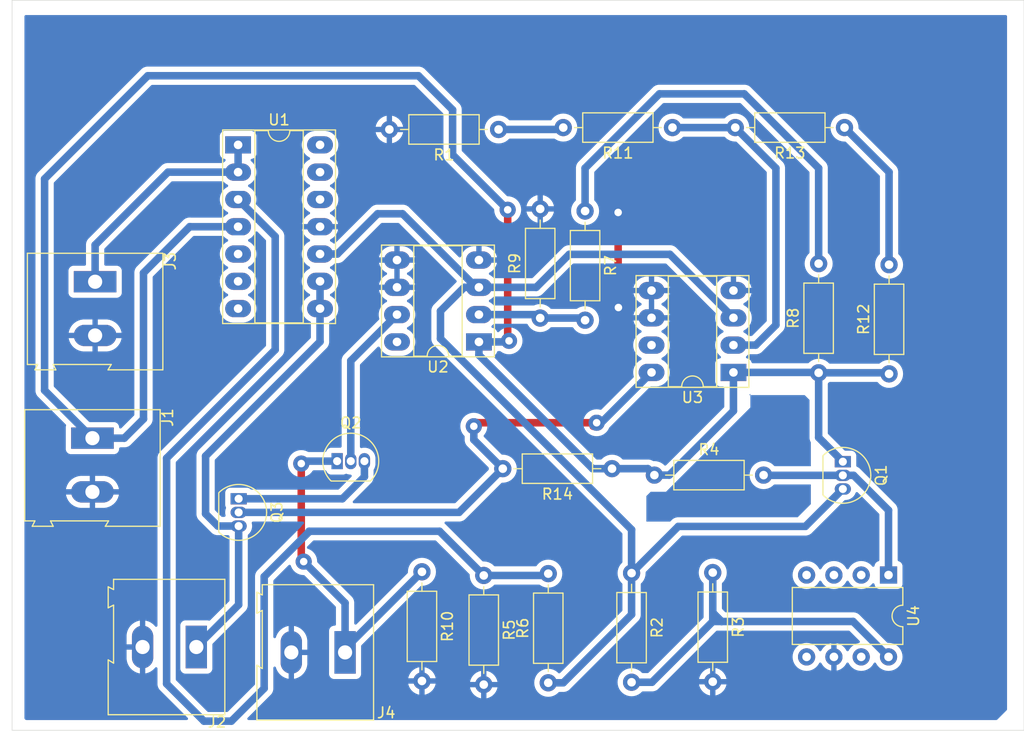
<source format=kicad_pcb>
(kicad_pcb (version 20240108) (generator "pcbnew") (generator_version "8.0")
  (layers (0 "F.Cu" signal) (31 "B.Cu" signal) (34 "B.Paste" user) (35 "F.Paste" user) (36 "B.SilkS" user "B.Silkscreen") (37 "F.SilkS" user "F.Silkscreen") (38 "B.Mask" user) (39 "F.Mask" user) (44 "Edge.Cuts" user))
  (net 0 "")
  (net 1 "/Vin")
  (net 2 "0")
  (net 3 "/Vsup")
  (net 4 "/Vref")
  (net 5 "/Ven")
  (net 6 "Net-(Q1-E)")
  (net 7 "Net-(Q1-B)")
  (net 8 "Net-(Q2-G)")
  (net 9 "Net-(Q2-D)")
  (net 10 "Net-(Q3-G)")
  (net 11 "Net-(R1-Pad1)")
  (net 12 "Net-(U4-REF)")
  (net 13 "Net-(U1A-+)")
  (net 14 "Net-(U2-+)")
  (net 15 "Net-(R7-Pad1)")
  (net 16 "Net-(U3-+)")
  (net 17 "Net-(R12-Pad2)")
  (footprint "Resistor_THT:R_Axial_DIN0207_L6.3mm_D2.5mm_P10.16mm_Horizontal" (layer "F.Cu") (at 204.805 68.05 180)
    (property "Reference" "R13" (at 5.08 -2.37 180) (layer "F.SilkS"))
    (property "Value" "3.6k")
    (fp_line (start 9.12 0) (end 8.35 0) (stroke (width 0.12)) (layer "F.SilkS"))
    (fp_line (start 8.35 1.37) (end 8.35 -1.37) (stroke (width 0.12)) (layer "F.SilkS"))
    (fp_line (start 8.35 -1.37) (end 1.81 -1.37) (stroke (width 0.12)) (layer "F.SilkS"))
    (fp_line (start 1.81 1.37) (end 8.35 1.37) (stroke (width 0.12)) (layer "F.SilkS"))
    (fp_line (start 1.81 -1.37) (end 1.81 1.37) (stroke (width 0.12)) (layer "F.SilkS"))
    (fp_line (start 1.04 0) (end 1.81 0) (stroke (width 0.12)) (layer "F.SilkS"))
    (pad "1" thru_hole circle (at 0 0 180) (size 1.6 1.6) (drill 0.8) (layers "*.Cu" "*.Mask") (net 17 "Net-(R12-Pad2)"))
    (pad "2" thru_hole oval (at 10.16 0 180) (size 1.6 1.6) (drill 0.8) (layers "*.Cu" "*.Mask") (net 16 "Net-(U3-+)"))
  )
  (footprint "Resistor_THT:R_Axial_DIN0207_L6.3mm_D2.5mm_P10.16mm_Horizontal" (layer "F.Cu") (at 187.12 100.4)
    (property "Reference" "R4" (at 5.08 -2.37 360) (layer "F.SilkS"))
    (property "Value" "3.3k")
    (fp_line (start 1.04 0) (end 1.81 0) (stroke (width 0.12)) (layer "F.SilkS"))
    (fp_line (start 1.81 -1.37) (end 1.81 1.37) (stroke (width 0.12)) (layer "F.SilkS"))
    (fp_line (start 1.81 1.37) (end 8.35 1.37) (stroke (width 0.12)) (layer "F.SilkS"))
    (fp_line (start 8.35 -1.37) (end 1.81 -1.37) (stroke (width 0.12)) (layer "F.SilkS"))
    (fp_line (start 8.35 1.37) (end 8.35 -1.37) (stroke (width 0.12)) (layer "F.SilkS"))
    (fp_line (start 9.12 0) (end 8.35 0) (stroke (width 0.12)) (layer "F.SilkS"))
    (pad "1" thru_hole circle (at 0 0) (size 1.6 1.6) (drill 0.8) (layers "*.Cu" "*.Mask") (net 1 "/Vin"))
    (pad "2" thru_hole oval (at 10.16 0) (size 1.6 1.6) (drill 0.8) (layers "*.Cu" "*.Mask") (net 7 "Net-(Q1-B)"))
  )
  (footprint "Resistor_THT:R_Axial_DIN0207_L6.3mm_D2.5mm_P10.16mm_Horizontal" (layer "F.Cu") (at 172.63 68.225 180)
    (property "Reference" "R1" (at 5.08 -2.37 180) (layer "F.SilkS"))
    (property "Value" "10k")
    (fp_line (start 9.12 0) (end 8.35 0) (stroke (width 0.12)) (layer "F.SilkS"))
    (fp_line (start 8.35 1.37) (end 8.35 -1.37) (stroke (width 0.12)) (layer "F.SilkS"))
    (fp_line (start 8.35 -1.37) (end 1.81 -1.37) (stroke (width 0.12)) (layer "F.SilkS"))
    (fp_line (start 1.81 1.37) (end 8.35 1.37) (stroke (width 0.12)) (layer "F.SilkS"))
    (fp_line (start 1.81 -1.37) (end 1.81 1.37) (stroke (width 0.12)) (layer "F.SilkS"))
    (fp_line (start 1.04 0) (end 1.81 0) (stroke (width 0.12)) (layer "F.SilkS"))
    (pad "1" thru_hole circle (at 0 0 180) (size 1.6 1.6) (drill 0.8) (layers "*.Cu" "*.Mask") (net 11 "Net-(R1-Pad1)"))
    (pad "2" thru_hole oval (at 10.16 0 180) (size 1.6 1.6) (drill 0.8) (layers "*.Cu" "*.Mask") (net 2 "0"))
  )
  (footprint "Package_TO_SOT_THT:TO-92_Inline" (layer "F.Cu") (at 204.65 99.15 -90)
    (property "Reference" "Q1" (at 1.27 -3.56 90) (layer "F.SilkS"))
    (property "Value" "BC546")
    (fp_line (start -0.53 1.85) (end 3.07 1.85) (stroke (width 0.12)) (layer "F.SilkS"))
    (fp_arc (start -0.568478 1.838478) (mid -1.132087 -0.994977) (end 1.27 -2.6) (stroke (width 0.12)) (layer "F.SilkS"))
    (fp_arc (start 1.27 -2.6) (mid 3.672087 -0.994977) (end 3.108478 1.838478) (stroke (width 0.12)) (layer "F.SilkS"))
    (pad "1" thru_hole rect (at 0 0 270) (size 1.05 1.5) (drill 0.75) (layers "*.Cu" "*.Mask") (net 1 "/Vin"))
    (pad "2" thru_hole oval (at 1.27 0 270) (size 1.05 1.5) (drill 0.75) (layers "*.Cu" "*.Mask") (net 7 "Net-(Q1-B)"))
    (pad "3" thru_hole oval (at 2.54 0 270) (size 1.05 1.5) (drill 0.75) (layers "*.Cu" "*.Mask") (net 6 "Net-(Q1-E)"))
  )
  (footprint "Resistor_THT:R_Axial_DIN0207_L6.3mm_D2.5mm_P10.16mm_Horizontal" (layer "F.Cu") (at 188.805 68.05 180)
    (property "Reference" "R11" (at 5.08 -2.37 180) (layer "F.SilkS"))
    (property "Value" "68")
    (fp_line (start 9.12 0) (end 8.35 0) (stroke (width 0.12)) (layer "F.SilkS"))
    (fp_line (start 8.35 1.37) (end 8.35 -1.37) (stroke (width 0.12)) (layer "F.SilkS"))
    (fp_line (start 8.35 -1.37) (end 1.81 -1.37) (stroke (width 0.12)) (layer "F.SilkS"))
    (fp_line (start 1.81 1.37) (end 8.35 1.37) (stroke (width 0.12)) (layer "F.SilkS"))
    (fp_line (start 1.81 -1.37) (end 1.81 1.37) (stroke (width 0.12)) (layer "F.SilkS"))
    (fp_line (start 1.04 0) (end 1.81 0) (stroke (width 0.12)) (layer "F.SilkS"))
    (pad "1" thru_hole circle (at 0 0 180) (size 1.6 1.6) (drill 0.8) (layers "*.Cu" "*.Mask") (net 16 "Net-(U3-+)"))
    (pad "2" thru_hole oval (at 10.16 0 180) (size 1.6 1.6) (drill 0.8) (layers "*.Cu" "*.Mask") (net 11 "Net-(R1-Pad1)"))
  )
  (footprint "TerminalBlock:TerminalBlock_Altech_AK300-2_P5.00mm" (layer "F.Cu") (at 135.1 82.4 -90)
    (property "Reference" "J3" (at -1.92 -6.99 90) (layer "F.SilkS"))
    (property "Value" "Conn_01x02_Pin")
    (fp_line (start -2.65 6.3) (end 7.7 6.3) (stroke (width 0.12)) (layer "F.SilkS"))
    (fp_line (start 7.7 6.3) (end 7.7 5.35) (stroke (width 0.12)) (layer "F.SilkS"))
    (fp_line (start 8.2 5.6) (end 8.2 3.7) (stroke (width 0.12)) (layer "F.SilkS"))
    (fp_line (start 7.7 5.35) (end 8.2 5.6) (stroke (width 0.12)) (layer "F.SilkS"))
    (fp_line (start 7.7 3.9) (end 7.7 -1.5) (stroke (width 0.12)) (layer "F.SilkS"))
    (fp_line (start 8.2 3.7) (end 8.2 3.65) (stroke (width 0.12)) (layer "F.SilkS"))
    (fp_line (start 8.2 3.65) (end 7.7 3.9) (stroke (width 0.12)) (layer "F.SilkS"))
    (fp_line (start 8.2 -1.2) (end 8.2 -6.3) (stroke (width 0.12)) (layer "F.SilkS"))
    (fp_line (start 7.7 -1.5) (end 8.2 -1.2) (stroke (width 0.12)) (layer "F.SilkS"))
    (fp_line (start -2.65 -6.3) (end -2.65 6.3) (stroke (width 0.12)) (layer "F.SilkS"))
    (fp_line (start 8.2 -6.3) (end -2.65 -6.3) (stroke (width 0.12)) (layer "F.SilkS"))
    (pad "1" thru_hole rect (at 0 0 270) (size 1.98 3.96) (drill 1.32) (layers "*.Cu" "*.Mask") (net 4 "/Vref"))
    (pad "2" thru_hole oval (at 5 0 270) (size 1.98 3.96) (drill 1.32) (layers "*.Cu" "*.Mask") (net 2 "0"))
  )
  (footprint "Resistor_THT:R_Axial_DIN0207_L6.3mm_D2.5mm_P10.16mm_Horizontal" (layer "F.Cu") (at 185 109.52 -90)
    (property "Reference" "R2" (at 5.08 -2.37 90) (layer "F.SilkS"))
    (property "Value" "30k")
    (fp_line (start 1.81 1.37) (end 8.35 1.37) (stroke (width 0.12)) (layer "F.SilkS"))
    (fp_line (start 8.35 1.37) (end 8.35 -1.37) (stroke (width 0.12)) (layer "F.SilkS"))
    (fp_line (start 1.04 0) (end 1.81 0) (stroke (width 0.12)) (layer "F.SilkS"))
    (fp_line (start 9.12 0) (end 8.35 0) (stroke (width 0.12)) (layer "F.SilkS"))
    (fp_line (start 1.81 -1.37) (end 1.81 1.37) (stroke (width 0.12)) (layer "F.SilkS"))
    (fp_line (start 8.35 -1.37) (end 1.81 -1.37) (stroke (width 0.12)) (layer "F.SilkS"))
    (pad "1" thru_hole circle (at 0 0 270) (size 1.6 1.6) (drill 0.8) (layers "*.Cu" "*.Mask") (net 6 "Net-(Q1-E)"))
    (pad "2" thru_hole oval (at 10.16 0 270) (size 1.6 1.6) (drill 0.8) (layers "*.Cu" "*.Mask") (net 12 "Net-(U4-REF)"))
  )
  (footprint "Resistor_THT:R_Axial_DIN0207_L6.3mm_D2.5mm_P10.16mm_Horizontal" (layer "F.Cu") (at 208.95 90.975 90)
    (property "Reference" "R12" (at 5.08 -2.37 270) (layer "F.SilkS"))
    (property "Value" "51k")
    (fp_line (start 8.35 -1.37) (end 1.81 -1.37) (stroke (width 0.12)) (layer "F.SilkS"))
    (fp_line (start 1.81 -1.37) (end 1.81 1.37) (stroke (width 0.12)) (layer "F.SilkS"))
    (fp_line (start 9.12 0) (end 8.35 0) (stroke (width 0.12)) (layer "F.SilkS"))
    (fp_line (start 1.04 0) (end 1.81 0) (stroke (width 0.12)) (layer "F.SilkS"))
    (fp_line (start 8.35 1.37) (end 8.35 -1.37) (stroke (width 0.12)) (layer "F.SilkS"))
    (fp_line (start 1.81 1.37) (end 8.35 1.37) (stroke (width 0.12)) (layer "F.SilkS"))
    (pad "1" thru_hole circle (at 0 0 90) (size 1.6 1.6) (drill 0.8) (layers "*.Cu" "*.Mask") (net 1 "/Vin"))
    (pad "2" thru_hole oval (at 10.16 0 90) (size 1.6 1.6) (drill 0.8) (layers "*.Cu" "*.Mask") (net 17 "Net-(R12-Pad2)"))
  )
  (footprint "TerminalBlock:TerminalBlock_Altech_AK300-2_P5.00mm" (layer "F.Cu") (at 144.515 116.4 180)
    (property "Reference" "J2" (at -1.92 -6.99 180) (layer "F.SilkS"))
    (property "Value" "Conn_01x02_Pin")
    (fp_line (start 8.2 5.6) (end 8.2 3.7) (stroke (width 0.12)) (layer "F.SilkS"))
    (fp_line (start 8.2 3.7) (end 8.2 3.65) (stroke (width 0.12)) (layer "F.SilkS"))
    (fp_line (start 8.2 3.65) (end 7.7 3.9) (stroke (width 0.12)) (layer "F.SilkS"))
    (fp_line (start 8.2 -1.2) (end 8.2 -6.3) (stroke (width 0.12)) (layer "F.SilkS"))
    (fp_line (start 8.2 -6.3) (end -2.65 -6.3) (stroke (width 0.12)) (layer "F.SilkS"))
    (fp_line (start 7.7 6.3) (end 7.7 5.35) (stroke (width 0.12)) (layer "F.SilkS"))
    (fp_line (start 7.7 5.35) (end 8.2 5.6) (stroke (width 0.12)) (layer "F.SilkS"))
    (fp_line (start 7.7 3.9) (end 7.7 -1.5) (stroke (width 0.12)) (layer "F.SilkS"))
    (fp_line (start 7.7 -1.5) (end 8.2 -1.2) (stroke (width 0.12)) (layer "F.SilkS"))
    (fp_line (start -2.65 6.3) (end 7.7 6.3) (stroke (width 0.12)) (layer "F.SilkS"))
    (fp_line (start -2.65 -6.3) (end -2.65 6.3) (stroke (width 0.12)) (layer "F.SilkS"))
    (pad "1" thru_hole rect (at 0 0 180) (size 1.98 3.96) (drill 1.32) (layers "*.Cu" "*.Mask") (net 3 "/Vsup"))
    (pad "2" thru_hole oval (at 5 0 180) (size 1.98 3.96) (drill 1.32) (layers "*.Cu" "*.Mask") (net 2 "0"))
  )
  (footprint "Package_DIP:DIP-8_W7.62mm_Socket_LongPads" (layer "F.Cu") (at 194.475 90.84 180)
    (property "Reference" "U3" (at 3.81 -2.33 180) (layer "F.SilkS"))
    (property "Value" "LT1016")
    (fp_line (start 9.06 9.01) (end 9.06 -1.39) (stroke (width 0.12)) (layer "F.SilkS"))
    (fp_line (start 9.06 -1.39) (end -1.44 -1.39) (stroke (width 0.12)) (layer "F.SilkS"))
    (fp_line (start 6.06 8.95) (end 6.06 -1.33) (stroke (width 0.12)) (layer "F.SilkS"))
    (fp_line (start 6.06 -1.33) (end 4.81 -1.33) (stroke (width 0.12)) (layer "F.SilkS"))
    (fp_line (start 2.81 -1.33) (end 1.56 -1.33) (stroke (width 0.12)) (layer "F.SilkS"))
    (fp_line (start 1.56 8.95) (end 6.06 8.95) (stroke (width 0.12)) (layer "F.SilkS"))
    (fp_line (start 1.56 -1.33) (end 1.56 8.95) (stroke (width 0.12)) (layer "F.SilkS"))
    (fp_line (start -1.44 9.01) (end 9.06 9.01) (stroke (width 0.12)) (layer "F.SilkS"))
    (fp_line (start -1.44 -1.39) (end -1.44 9.01) (stroke (width 0.12)) (layer "F.SilkS"))
    (fp_arc (start 4.81 -1.33) (mid 3.81 -0.33) (end 2.81 -1.33) (stroke (width 0.12)) (layer "F.SilkS"))
    (pad "1" thru_hole rect (at 0 0 180) (size 2.4 1.6) (drill 0.8) (layers "*.Cu" "*.Mask") (net 1 "/Vin"))
    (pad "2" thru_hole oval (at 0 2.54 180) (size 2.4 1.6) (drill 0.8) (layers "*.Cu" "*.Mask") (net 16 "Net-(U3-+)"))
    (pad "3" thru_hole oval (at 0 5.08 180) (size 2.4 1.6) (drill 0.8) (layers "*.Cu" "*.Mask") (net 6 "Net-(Q1-E)"))
    (pad "4" thru_hole oval (at 0 7.62 180) (size 2.4 1.6) (drill 0.8) (layers "*.Cu" "*.Mask") (net 2 "0"))
    (pad "5" thru_hole oval (at 7.62 7.62 180) (size 2.4 1.6) (drill 0.8) (layers "*.Cu" "*.Mask") (net 2 "0"))
    (pad "6" thru_hole oval (at 7.62 5.08 180) (size 2.4 1.6) (drill 0.8) (layers "*.Cu" "*.Mask") (net 2 "0"))
    (pad "7" thru_hole oval (at 7.62 2.54 180) (size 2.4 1.6) (drill 0.8) (layers "*.Cu" "*.Mask"))
    (pad "8" thru_hole oval (at 7.62 0 180) (size 2.4 1.6) (drill 0.8) (layers "*.Cu" "*.Mask") (net 10 "Net-(Q3-G)"))
  )
  (footprint "Resistor_THT:R_Axial_DIN0207_L6.3mm_D2.5mm_P10.16mm_Horizontal" (layer "F.Cu") (at 202.4 90.875 90)
    (property "Reference" "R8" (at 5.08 -2.37 270) (layer "F.SilkS"))
    (property "Value" "11k")
    (fp_line (start 8.35 -1.37) (end 1.81 -1.37) (stroke (width 0.12)) (layer "F.SilkS"))
    (fp_line (start 1.81 -1.37) (end 1.81 1.37) (stroke (width 0.12)) (layer "F.SilkS"))
    (fp_line (start 9.12 0) (end 8.35 0) (stroke (width 0.12)) (layer "F.SilkS"))
    (fp_line (start 1.04 0) (end 1.81 0) (stroke (width 0.12)) (layer "F.SilkS"))
    (fp_line (start 8.35 1.37) (end 8.35 -1.37) (stroke (width 0.12)) (layer "F.SilkS"))
    (fp_line (start 1.81 1.37) (end 8.35 1.37) (stroke (width 0.12)) (layer "F.SilkS"))
    (pad "1" thru_hole circle (at 0 0 90) (size 1.6 1.6) (drill 0.8) (layers "*.Cu" "*.Mask") (net 1 "/Vin"))
    (pad "2" thru_hole oval (at 10.16 0 90) (size 1.6 1.6) (drill 0.8) (layers "*.Cu" "*.Mask") (net 15 "Net-(R7-Pad1)"))
  )
  (footprint "TerminalBlock:TerminalBlock_Altech_AK300-2_P5.00mm" (layer "F.Cu") (at 134.85 96.96 -90)
    (property "Reference" "J1" (at -1.92 -6.99 90) (layer "F.SilkS"))
    (property "Value" "Conn_01x02_Pin")
    (fp_line (start -2.65 6.3) (end 7.7 6.3) (stroke (width 0.12)) (layer "F.SilkS"))
    (fp_line (start 7.7 6.3) (end 7.7 5.35) (stroke (width 0.12)) (layer "F.SilkS"))
    (fp_line (start 8.2 5.6) (end 8.2 3.7) (stroke (width 0.12)) (layer "F.SilkS"))
    (fp_line (start 7.7 5.35) (end 8.2 5.6) (stroke (width 0.12)) (layer "F.SilkS"))
    (fp_line (start 7.7 3.9) (end 7.7 -1.5) (stroke (width 0.12)) (layer "F.SilkS"))
    (fp_line (start 8.2 3.7) (end 8.2 3.65) (stroke (width 0.12)) (layer "F.SilkS"))
    (fp_line (start 8.2 3.65) (end 7.7 3.9) (stroke (width 0.12)) (layer "F.SilkS"))
    (fp_line (start 8.2 -1.2) (end 8.2 -6.3) (stroke (width 0.12)) (layer "F.SilkS"))
    (fp_line (start 7.7 -1.5) (end 8.2 -1.2) (stroke (width 0.12)) (layer "F.SilkS"))
    (fp_line (start -2.65 -6.3) (end -2.65 6.3) (stroke (width 0.12)) (layer "F.SilkS"))
    (fp_line (start 8.2 -6.3) (end -2.65 -6.3) (stroke (width 0.12)) (layer "F.SilkS"))
    (pad "1" thru_hole rect (at 0 0 270) (size 1.98 3.96) (drill 1.32) (layers "*.Cu" "*.Mask") (net 1 "/Vin"))
    (pad "2" thru_hole oval (at 5 0 270) (size 1.98 3.96) (drill 1.32) (layers "*.Cu" "*.Mask") (net 2 "0"))
  )
  (footprint "Package_DIP:DIP-8_W7.62mm" (layer "F.Cu") (at 208.9 109.7 -90)
    (property "Reference" "U4" (at 3.81 -2.33 90) (layer "F.SilkS"))
    (property "Value" "TL431P")
    (fp_line (start 1.16 8.95) (end 6.46 8.95) (stroke (width 0.12)) (layer "F.SilkS"))
    (fp_line (start 6.46 8.95) (end 6.46 -1.33) (stroke (width 0.12)) (layer "F.SilkS"))
    (fp_line (start 1.16 -1.33) (end 1.16 8.95) (stroke (width 0.12)) (layer "F.SilkS"))
    (fp_line (start 2.81 -1.33) (end 1.16 -1.33) (stroke (width 0.12)) (layer "F.SilkS"))
    (fp_line (start 6.46 -1.33) (end 4.81 -1.33) (stroke (width 0.12)) (layer "F.SilkS"))
    (fp_arc (start 4.81 -1.33) (mid 3.81 -0.33) (end 2.81 -1.33) (stroke (width 0.12)) (layer "F.SilkS"))
    (pad "1" thru_hole rect (at 0 0 270) (size 1.6 1.6) (drill 0.8) (layers "*.Cu" "*.Mask") (net 7 "Net-(Q1-B)"))
    (pad "2" thru_hole oval (at 0 2.54 270) (size 1.6 1.6) (drill 0.8) (layers "*.Cu" "*.Mask"))
    (pad "3" thru_hole oval (at 0 5.08 270) (size 1.6 1.6) (drill 0.8) (layers "*.Cu" "*.Mask"))
    (pad "4" thru_hole oval (at 0 7.62 270) (size 1.6 1.6) (drill 0.8) (layers "*.Cu" "*.Mask"))
    (pad "5" thru_hole oval (at 7.62 7.62 270) (size 1.6 1.6) (drill 0.8) (layers "*.Cu" "*.Mask"))
    (pad "6" thru_hole oval (at 7.62 5.08 270) (size 1.6 1.6) (drill 0.8) (layers "*.Cu" "*.Mask") (net 2 "0"))
    (pad "7" thru_hole oval (at 7.62 2.54 270) (size 1.6 1.6) (drill 0.8) (layers "*.Cu" "*.Mask"))
    (pad "8" thru_hole oval (at 7.62 0 270) (size 1.6 1.6) (drill 0.8) (layers "*.Cu" "*.Mask") (net 12 "Net-(U4-REF)"))
  )
  (footprint "Resistor_THT:R_Axial_DIN0207_L6.3mm_D2.5mm_P10.16mm_Horizontal" (layer "F.Cu") (at 171.25 109.74 -90)
    (property "Reference" "R5" (at 5.08 -2.37 90) (layer "F.SilkS"))
    (property "Value" "1k")
    (fp_line (start 1.81 1.37) (end 8.35 1.37) (stroke (width 0.12)) (layer "F.SilkS"))
    (fp_line (start 8.35 1.37) (end 8.35 -1.37) (stroke (width 0.12)) (layer "F.SilkS"))
    (fp_line (start 1.04 0) (end 1.81 0) (stroke (width 0.12)) (layer "F.SilkS"))
    (fp_line (start 9.12 0) (end 8.35 0) (stroke (width 0.12)) (layer "F.SilkS"))
    (fp_line (start 1.81 -1.37) (end 1.81 1.37) (stroke (width 0.12)) (layer "F.SilkS"))
    (fp_line (start 8.35 -1.37) (end 1.81 -1.37) (stroke (width 0.12)) (layer "F.SilkS"))
    (pad "1" thru_hole circle (at 0 0 270) (size 1.6 1.6) (drill 0.8) (layers "*.Cu" "*.Mask") (net 13 "Net-(U1A-+)"))
    (pad "2" thru_hole oval (at 10.16 0 270) (size 1.6 1.6) (drill 0.8) (layers "*.Cu" "*.Mask") (net 2 "0"))
  )
  (footprint "Package_DIP:DIP-14_W7.62mm_Socket_LongPads" (layer "F.Cu") (at 148.4 69.66)
    (property "Reference" "U1" (at 3.81 -2.33 360) (layer "F.SilkS"))
    (property "Value" "LM324")
    (fp_line (start -1.44 -1.39) (end -1.44 16.63) (stroke (width 0.12)) (layer "F.SilkS"))
    (fp_line (start -1.44 16.63) (end 9.06 16.63) (stroke (width 0.12)) (layer "F.SilkS"))
    (fp_line (start 1.56 -1.33) (end 1.56 16.57) (stroke (width 0.12)) (layer "F.SilkS"))
    (fp_line (start 1.56 16.57) (end 6.06 16.57) (stroke (width 0.12)) (layer "F.SilkS"))
    (fp_line (start 2.81 -1.33) (end 1.56 -1.33) (stroke (width 0.12)) (layer "F.SilkS"))
    (fp_line (start 6.06 -1.33) (end 4.81 -1.33) (stroke (width 0.12)) (layer "F.SilkS"))
    (fp_line (start 6.06 16.57) (end 6.06 -1.33) (stroke (width 0.12)) (layer "F.SilkS"))
    (fp_line (start 9.06 -1.39) (end -1.44 -1.39) (stroke (width 0.12)) (layer "F.SilkS"))
    (fp_line (start 9.06 16.63) (end 9.06 -1.39) (stroke (width 0.12)) (layer "F.SilkS"))
    (fp_arc (start 4.81 -1.33) (mid 3.81 -0.33) (end 2.81 -1.33) (stroke (width 0.12)) (layer "F.SilkS"))
    (pad "1" thru_hole rect (at 0 0) (size 2.4 1.6) (drill 0.8) (layers "*.Cu" "*.Mask") (net 4 "/Vref"))
    (pad "2" thru_hole oval (at 0 2.54) (size 2.4 1.6) (drill 0.8) (layers "*.Cu" "*.Mask") (net 4 "/Vref"))
    (pad "3" thru_hole oval (at 0 5.08) (size 2.4 1.6) (drill 0.8) (layers "*.Cu" "*.Mask") (net 13 "Net-(U1A-+)"))
    (pad "4" thru_hole oval (at 0 7.62) (size 2.4 1.6) (drill 0.8) (layers "*.Cu" "*.Mask") (net 1 "/Vin"))
    (pad "5" thru_hole oval (at 0 10.16) (size 2.4 1.6) (drill 0.8) (layers "*.Cu" "*.Mask"))
    (pad "6" thru_hole oval (at 0 12.7) (size 2.4 1.6) (drill 0.8) (layers "*.Cu" "*.Mask"))
    (pad "7" thru_hole oval (at 0 15.24) (size 2.4 1.6) (drill 0.8) (layers "*.Cu" "*.Mask"))
    (pad "8" thru_hole oval (at 7.62 15.24) (size 2.4 1.6) (drill 0.8) (layers "*.Cu" "*.Mask") (net 3 "/Vsup"))
    (pad "9" thru_hole oval (at 7.62 12.7) (size 2.4 1.6) (drill 0.8) (layers "*.Cu" "*.Mask") (net 3 "/Vsup"))
    (pad "10" thru_hole oval (at 7.62 10.16) (size 2.4 1.6) (drill 0.8) (layers "*.Cu" "*.Mask") (net 6 "Net-(Q1-E)"))
    (pad "11" thru_hole oval (at 7.62 7.62) (size 2.4 1.6) (drill 0.8) (layers "*.Cu" "*.Mask") (net 2 "0"))
    (pad "12" thru_hole oval (at 7.62 5.08) (size 2.4 1.6) (drill 0.8) (layers "*.Cu" "*.Mask"))
    (pad "13" thru_hole oval (at 7.62 2.54) (size 2.4 1.6) (drill 0.8) (layers "*.Cu" "*.Mask"))
    (pad "14" thru_hole oval (at 7.62 0) (size 2.4 1.6) (drill 0.8) (layers "*.Cu" "*.Mask"))
  )
  (footprint "TerminalBlock:TerminalBlock_Altech_AK300-2_P5.00mm" (layer "F.Cu") (at 158.35 116.9 180)
    (property "Reference" "J4" (at -3.825 -5.625 180) (layer "F.SilkS"))
    (property "Value" "Conn_01x02_Pin")
    (fp_line (start 8.2 5.6) (end 8.2 3.7) (stroke (width 0.12)) (layer "F.SilkS"))
    (fp_line (start 8.2 3.7) (end 8.2 3.65) (stroke (width 0.12)) (layer "F.SilkS"))
    (fp_line (start 8.2 3.65) (end 7.7 3.9) (stroke (width 0.12)) (layer "F.SilkS"))
    (fp_line (start 8.2 -1.2) (end 8.2 -6.3) (stroke (width 0.12)) (layer "F.SilkS"))
    (fp_line (start 8.2 -6.3) (end -2.65 -6.3) (stroke (width 0.12)) (layer "F.SilkS"))
    (fp_line (start 7.7 6.3) (end 7.7 5.35) (stroke (width 0.12)) (layer "F.SilkS"))
    (fp_line (start 7.7 5.35) (end 8.2 5.6) (stroke (width 0.12)) (layer "F.SilkS"))
    (fp_line (start 7.7 3.9) (end 7.7 -1.5) (stroke (width 0.12)) (layer "F.SilkS"))
    (fp_line (start 7.7 -1.5) (end 8.2 -1.2) (stroke (width 0.12)) (layer "F.SilkS"))
    (fp_line (start -2.65 6.3) (end 7.7 6.3) (stroke (width 0.12)) (layer "F.SilkS"))
    (fp_line (start -2.65 -6.3) (end -2.65 6.3) (stroke (width 0.12)) (layer "F.SilkS"))
    (pad "1" thru_hole rect (at 0 0 180) (size 1.98 3.96) (drill 1.32) (layers "*.Cu" "*.Mask") (net 5 "/Ven"))
    (pad "2" thru_hole oval (at 5 0 180) (size 1.98 3.96) (drill 1.32) (layers "*.Cu" "*.Mask") (net 2 "0"))
  )
  (footprint "Resistor_THT:R_Axial_DIN0207_L6.3mm_D2.5mm_P10.16mm_Horizontal" (layer "F.Cu") (at 165.5 109.4 -90)
    (property "Reference" "R10" (at 5.08 -2.37 90) (layer "F.SilkS"))
    (property "Value" "22k")
    (fp_line (start 1.81 1.37) (end 8.35 1.37) (stroke (width 0.12)) (layer "F.SilkS"))
    (fp_line (start 8.35 1.37) (end 8.35 -1.37) (stroke (width 0.12)) (layer "F.SilkS"))
    (fp_line (start 1.04 0) (end 1.81 0) (stroke (width 0.12)) (layer "F.SilkS"))
    (fp_line (start 9.12 0) (end 8.35 0) (stroke (width 0.12)) (layer "F.SilkS"))
    (fp_line (start 1.81 -1.37) (end 1.81 1.37) (stroke (width 0.12)) (layer "F.SilkS"))
    (fp_line (start 8.35 -1.37) (end 1.81 -1.37) (stroke (width 0.12)) (layer "F.SilkS"))
    (pad "1" thru_hole circle (at 0 0 270) (size 1.6 1.6) (drill 0.8) (layers "*.Cu" "*.Mask") (net 5 "/Ven"))
    (pad "2" thru_hole oval (at 10.16 0 270) (size 1.6 1.6) (drill 0.8) (layers "*.Cu" "*.Mask") (net 2 "0"))
  )
  (footprint "Package_TO_SOT_THT:TO-92_Inline" (layer "F.Cu") (at 157.61 99.1)
    (property "Reference" "Q2" (at 1.27 -3.56 360) (layer "F.SilkS"))
    (property "Value" "2N7000")
    (fp_line (start -0.53 1.85) (end 3.07 1.85) (stroke (width 0.12)) (layer "F.SilkS"))
    (fp_arc (start -0.568478 1.838478) (mid -1.132087 -0.994977) (end 1.27 -2.6) (stroke (width 0.12)) (layer "F.SilkS"))
    (fp_arc (start 1.27 -2.6) (mid 3.672087 -0.994977) (end 3.108478 1.838478) (stroke (width 0.12)) (layer "F.SilkS"))
    (pad "1" thru_hole rect (at 0 0) (size 1.05 1.5) (drill 0.75) (layers "*.Cu" "*.Mask") (net 5 "/Ven"))
    (pad "2" thru_hole oval (at 1.27 0) (size 1.05 1.5) (drill 0.75) (layers "*.Cu" "*.Mask") (net 8 "Net-(Q2-G)"))
    (pad "3" thru_hole oval (at 2.54 0) (size 1.05 1.5) (drill 0.75) (layers "*.Cu" "*.Mask") (net 9 "Net-(Q2-D)"))
  )
  (footprint "Resistor_THT:R_Axial_DIN0207_L6.3mm_D2.5mm_P10.16mm_Horizontal" (layer "F.Cu") (at 177.25 119.73 90)
    (property "Reference" "R6" (at 5.08 -2.37 270) (layer "F.SilkS"))
    (property "Value" "3.6k")
    (fp_line (start 8.35 -1.37) (end 1.81 -1.37) (stroke (width 0.12)) (layer "F.SilkS"))
    (fp_line (start 1.81 -1.37) (end 1.81 1.37) (stroke (width 0.12)) (layer "F.SilkS"))
    (fp_line (start 9.12 0) (end 8.35 0) (stroke (width 0.12)) (layer "F.SilkS"))
    (fp_line (start 1.04 0) (end 1.81 0) (stroke (width 0.12)) (layer "F.SilkS"))
    (fp_line (start 8.35 1.37) (end 8.35 -1.37) (stroke (width 0.12)) (layer "F.SilkS"))
    (fp_line (start 1.81 1.37) (end 8.35 1.37) (stroke (width 0.12)) (layer "F.SilkS"))
    (pad "1" thru_hole circle (at 0 0 90) (size 1.6 1.6) (drill 0.8) (layers "*.Cu" "*.Mask") (net 6 "Net-(Q1-E)"))
    (pad "2" thru_hole oval (at 10.16 0 90) (size 1.6 1.6) (drill 0.8) (layers "*.Cu" "*.Mask") (net 13 "Net-(U1A-+)"))
  )
  (footprint "Package_TO_SOT_THT:TO-92_Inline" (layer "F.Cu") (at 148.45 102.6 -90)
    (property "Reference" "Q3" (at 1.27 -3.56 90) (layer "F.SilkS"))
    (property "Value" "2N7000")
    (fp_line (start -0.53 1.85) (end 3.07 1.85) (stroke (width 0.12)) (layer "F.SilkS"))
    (fp_arc (start -0.568478 1.838478) (mid -1.132087 -0.994977) (end 1.27 -2.6) (stroke (width 0.12)) (layer "F.SilkS"))
    (fp_arc (start 1.27 -2.6) (mid 3.672087 -0.994977) (end 3.108478 1.838478) (stroke (width 0.12)) (layer "F.SilkS"))
    (pad "1" thru_hole rect (at 0 0 270) (size 1.05 1.5) (drill 0.75) (layers "*.Cu" "*.Mask") (net 9 "Net-(Q2-D)"))
    (pad "2" thru_hole oval (at 1.27 0 270) (size 1.05 1.5) (drill 0.75) (layers "*.Cu" "*.Mask") (net 10 "Net-(Q3-G)"))
    (pad "3" thru_hole oval (at 2.54 0 270) (size 1.05 1.5) (drill 0.75) (layers "*.Cu" "*.Mask") (net 3 "/Vsup"))
  )
  (footprint "Resistor_THT:R_Axial_DIN0207_L6.3mm_D2.5mm_P10.16mm_Horizontal" (layer "F.Cu") (at 183.18 99.8 180)
    (property "Reference" "R14" (at 5.08 -2.37 180) (layer "F.SilkS"))
    (property "Value" "10k")
    (fp_line (start 9.12 0) (end 8.35 0) (stroke (width 0.12)) (layer "F.SilkS"))
    (fp_line (start 8.35 1.37) (end 8.35 -1.37) (stroke (width 0.12)) (layer "F.SilkS"))
    (fp_line (start 8.35 -1.37) (end 1.81 -1.37) (stroke (width 0.12)) (layer "F.SilkS"))
    (fp_line (start 1.81 1.37) (end 8.35 1.37) (stroke (width 0.12)) (layer "F.SilkS"))
    (fp_line (start 1.81 -1.37) (end 1.81 1.37) (stroke (width 0.12)) (layer "F.SilkS"))
    (fp_line (start 1.04 0) (end 1.81 0) (stroke (width 0.12)) (layer "F.SilkS"))
    (pad "1" thru_hole circle (at 0 0 180) (size 1.6 1.6) (drill 0.8) (layers "*.Cu" "*.Mask") (net 1 "/Vin"))
    (pad "2" thru_hole oval (at 10.16 0 180) (size 1.6 1.6) (drill 0.8) (layers "*.Cu" "*.Mask") (net 10 "Net-(Q3-G)"))
  )
  (footprint "Resistor_THT:R_Axial_DIN0207_L6.3mm_D2.5mm_P10.16mm_Horizontal" (layer "F.Cu") (at 176.5 85.78 90)
    (property "Reference" "R9" (at 5.08 -2.37 270) (layer "F.SilkS"))
    (property "Value" "10k")
    (fp_line (start 8.35 -1.37) (end 1.81 -1.37) (stroke (width 0.12)) (layer "F.SilkS"))
    (fp_line (start 1.81 -1.37) (end 1.81 1.37) (stroke (width 0.12)) (layer "F.SilkS"))
    (fp_line (start 9.12 0) (end 8.35 0) (stroke (width 0.12)) (layer "F.SilkS"))
    (fp_line (start 1.04 0) (end 1.81 0) (stroke (width 0.12)) (layer "F.SilkS"))
    (fp_line (start 8.35 1.37) (end 8.35 -1.37) (stroke (width 0.12)) (layer "F.SilkS"))
    (fp_line (start 1.81 1.37) (end 8.35 1.37) (stroke (width 0.12)) (layer "F.SilkS"))
    (pad "1" thru_hole circle (at 0 0 90) (size 1.6 1.6) (drill 0.8) (layers "*.Cu" "*.Mask") (net 14 "Net-(U2-+)"))
    (pad "2" thru_hole oval (at 10.16 0 90) (size 1.6 1.6) (drill 0.8) (layers "*.Cu" "*.Mask") (net 2 "0"))
  )
  (footprint "Resistor_THT:R_Axial_DIN0207_L6.3mm_D2.5mm_P10.16mm_Horizontal" (layer "F.Cu") (at 192.55 109.47 -90)
    (property "Reference" "R3" (at 5.08 -2.37 90) (layer "F.SilkS"))
    (property "Value" "24.7k")
    (fp_line (start 1.81 1.37) (end 8.35 1.37) (stroke (width 0.12)) (layer "F.SilkS"))
    (fp_line (start 8.35 1.37) (end 8.35 -1.37) (stroke (width 0.12)) (layer "F.SilkS"))
    (fp_line (start 1.04 0) (end 1.81 0) (stroke (width 0.12)) (layer "F.SilkS"))
    (fp_line (start 9.12 0) (end 8.35 0) (stroke (width 0.12)) (layer "F.SilkS"))
    (fp_line (start 1.81 -1.37) (end 1.81 1.37) (stroke (width 0.12)) (layer "F.SilkS"))
    (fp_line (start 8.35 -1.37) (end 1.81 -1.37) (stroke (width 0.12)) (layer "F.SilkS"))
    (pad "1" thru_hole circle (at 0 0 270) (size 1.6 1.6) (drill 0.8) (layers "*.Cu" "*.Mask") (net 12 "Net-(U4-REF)"))
    (pad "2" thru_hole oval (at 10.16 0 270) (size 1.6 1.6) (drill 0.8) (layers "*.Cu" "*.Mask") (net 2 "0"))
  )
  (footprint "Package_DIP:DIP-8_W7.62mm_Socket_LongPads" (layer "F.Cu") (at 170.8 88 180)
    (property "Reference" "U2" (at 3.81 -2.33 180) (layer "F.SilkS"))
    (property "Value" "LT1016")
    (fp_line (start 9.06 9.01) (end 9.06 -1.39) (stroke (width 0.12)) (layer "F.SilkS"))
    (fp_line (start 9.06 -1.39) (end -1.44 -1.39) (stroke (width 0.12)) (layer "F.SilkS"))
    (fp_line (start 6.06 8.95) (end 6.06 -1.33) (stroke (width 0.12)) (layer "F.SilkS"))
    (fp_line (start 6.06 -1.33) (end 4.81 -1.33) (stroke (width 0.12)) (layer "F.SilkS"))
    (fp_line (start 2.81 -1.33) (end 1.56 -1.33) (stroke (width 0.12)) (layer "F.SilkS"))
    (fp_line (start 1.56 8.95) (end 6.06 8.95) (stroke (width 0.12)) (layer "F.SilkS"))
    (fp_line (start 1.56 -1.33) (end 1.56 8.95) (stroke (width 0.12)) (layer "F.SilkS"))
    (fp_line (start -1.44 9.01) (end 9.06 9.01) (stroke (width 0.12)) (layer "F.SilkS"))
    (fp_line (start -1.44 -1.39) (end -1.44 9.01) (stroke (width 0.12)) (layer "F.SilkS"))
    (fp_arc (start 4.81 -1.33) (mid 3.81 -0.33) (end 2.81 -1.33) (stroke (width 0.12)) (layer "F.SilkS"))
    (pad "1" thru_hole rect (at 0 0 180) (size 2.4 1.6) (drill 0.8) (layers "*.Cu" "*.Mask") (net 1 "/Vin"))
    (pad "2" thru_hole oval (at 0 2.54 180) (size 2.4 1.6) (drill 0.8) (layers "*.Cu" "*.Mask") (net 14 "Net-(U2-+)"))
    (pad "3" thru_hole oval (at 0 5.08 180) (size 2.4 1.6) (drill 0.8) (layers "*.Cu" "*.Mask") (net 6 "Net-(Q1-E)"))
    (pad "4" thru_hole oval (at 0 7.62 180) (size 2.4 1.6) (drill 0.8) (layers "*.Cu" "*.Mask") (net 2 "0"))
    (pad "5" thru_hole oval (at 7.62 7.62 180) (size 2.4 1.6) (drill 0.8) (layers "*.Cu" "*.Mask") (net 2 "0"))
    (pad "6" thru_hole oval (at 7.62 5.08 180) (size 2.4 1.6) (drill 0.8) (layers "*.Cu" "*.Mask") (net 2 "0"))
    (pad "7" thru_hole oval (at 7.62 2.54 180) (size 2.4 1.6) (drill 0.8) (layers "*.Cu" "*.Mask") (net 8 "Net-(Q2-G)"))
    (pad "8" thru_hole oval (at 7.62 0 180) (size 2.4 1.6) (drill 0.8) (layers "*.Cu" "*.Mask"))
  )
  (footprint "Resistor_THT:R_Axial_DIN0207_L6.3mm_D2.5mm_P10.16mm_Horizontal" (layer "F.Cu") (at 180.675 75.82 -90)
    (property "Reference" "R7" (at 5.08 -2.37 90) (layer "F.SilkS"))
    (property "Value" "270")
    (fp_line (start 1.81 1.37) (end 8.35 1.37) (stroke (width 0.12)) (layer "F.SilkS"))
    (fp_line (start 8.35 1.37) (end 8.35 -1.37) (stroke (width 0.12)) (layer "F.SilkS"))
    (fp_line (start 1.04 0) (end 1.81 0) (stroke (width 0.12)) (layer "F.SilkS"))
    (fp_line (start 9.12 0) (end 8.35 0) (stroke (width 0.12)) (layer "F.SilkS"))
    (fp_line (start 1.81 -1.37) (end 1.81 1.37) (stroke (width 0.12)) (layer "F.SilkS"))
    (fp_line (start 8.35 -1.37) (end 1.81 -1.37) (stroke (width 0.12)) (layer "F.SilkS"))
    (pad "1" thru_hole circle (at 0 0 270) (size 1.6 1.6) (drill 0.8) (layers "*.Cu" "*.Mask") (net 15 "Net-(R7-Pad1)"))
    (pad "2" thru_hole oval (at 10.16 0 270) (size 1.6 1.6) (drill 0.8) (layers "*.Cu" "*.Mask") (net 14 "Net-(U2-+)"))
  )
  (gr_line (start 221.5 124.15) (end 221.5 56.2) (stroke (width 0.05)) (layer "Edge.Cuts"))
  (gr_line (start 221.5 124.15) (end 127.55 124.15) (stroke (width 0.05)) (layer "Edge.Cuts"))
  (gr_line (start 127.375 56.2) (end 127.375 124.15) (stroke (width 0.05)) (layer "Edge.Cuts"))
  (gr_line (start 221.5 56.2) (end 127.375 56.2) (stroke (width 0.05)) (layer "Edge.Cuts"))
  (gr_line (start 127.55 124.15) (end 127.375 124.15) (stroke (width 0.05)) (layer "Edge.Cuts"))
  (segment (start 173.475 75.7) (end 173.475 87.775) (width 0.7) (layer "F.Cu") (net 1))
  (segment (start 173.475 87.775) (end 173.6 87.9) (width 0.7) (layer "F.Cu") (net 1))
  (via (at 173.475 75.7) (size 1.5) (drill 0.7) (layers "F.Cu" "B.Cu") (net 1))
  (via (at 173.6 87.9) (size 1.5) (drill 0.7) (layers "F.Cu" "B.Cu") (net 1))
  (segment (start 130.4 72.825) (end 140 63.225) (width 0.7) (layer "B.Cu") (net 1))
  (segment (start 173.5 88) (end 173.6 87.9) (width 0.7) (layer "B.Cu") (net 1))
  (segment (start 202.4 90.875) (end 202.4 96.9) (width 0.7) (layer "B.Cu") (net 1))
  (segment (start 202.4 90.875) (end 208.85 90.875) (width 0.7) (layer "B.Cu") (net 1))
  (segment (start 181.375 99.8) (end 183.18 99.8) (width 0.7) (layer "B.Cu") (net 1))
  (segment (start 168.35 66.4) (end 168.35 70.575) (width 0.7) (layer "B.Cu") (net 1))
  (segment (start 204.65 99.15) (end 202.85 97.35) (width 0.7) (layer "B.Cu") (net 1))
  (segment (start 137.815 96.96) (end 139.6 95.175) (width 0.7) (layer "B.Cu") (net 1))
  (segment (start 170.8 88) (end 170.8 89.225) (width 0.7) (layer "B.Cu") (net 1))
  (segment (start 194.475 94.425) (end 194.475 90.84) (width 0.7) (layer "B.Cu") (net 1))
  (segment (start 188.5 100.4) (end 194.475 94.425) (width 0.7) (layer "B.Cu") (net 1))
  (segment (start 134.85 96.96) (end 130.4 92.51) (width 0.7) (layer "B.Cu") (net 1))
  (segment (start 139.6 81.575) (end 143.9 77.275) (width 0.7) (layer "B.Cu") (net 1))
  (segment (start 170.8 88) (end 173.5 88) (width 0.7) (layer "B.Cu") (net 1))
  (segment (start 168.35 70.575) (end 173.475 75.7) (width 0.7) (layer "B.Cu") (net 1))
  (segment (start 143.9 77.275) (end 143.905 77.28) (width 0.7) (layer "B.Cu") (net 1))
  (segment (start 139.6 95.175) (end 139.6 81.575) (width 0.7) (layer "B.Cu") (net 1))
  (segment (start 171.38 88) (end 170.8 88) (width 0.7) (layer "B.Cu") (net 1))
  (segment (start 134.85 96.96) (end 137.815 96.96) (width 0.7) (layer "B.Cu") (net 1))
  (segment (start 202.4 90.875) (end 201.775 90.875) (width 0.7) (layer "B.Cu") (net 1))
  (segment (start 202.4 96.9) (end 202.85 97.35) (width 0.7) (layer "B.Cu") (net 1))
  (segment (start 165.175 63.225) (end 168.35 66.4) (width 0.7) (layer "B.Cu") (net 1))
  (segment (start 170.8 89.225) (end 181.375 99.8) (width 0.7) (layer "B.Cu") (net 1))
  (segment (start 143.905 77.28) (end 148.4 77.28) (width 0.7) (layer "B.Cu") (net 1))
  (segment (start 183.18 99.8) (end 186.52 99.8) (width 0.7) (layer "B.Cu") (net 1))
  (segment (start 186.52 99.8) (end 187.12 100.4) (width 0.7) (layer "B.Cu") (net 1))
  (segment (start 140 63.225) (end 165.175 63.225) (width 0.7) (layer "B.Cu") (net 1))
  (segment (start 201.775 90.875) (end 201.74 90.84) (width 0.7) (layer "B.Cu") (net 1))
  (segment (start 130.4 92.51) (end 130.4 72.825) (width 0.7) (layer "B.Cu") (net 1))
  (segment (start 187.12 100.4) (end 188.5 100.4) (width 0.7) (layer "B.Cu") (net 1))
  (segment (start 208.85 90.875) (end 208.95 90.975) (width 0.7) (layer "B.Cu") (net 1))
  (segment (start 201.74 90.84) (end 194.475 90.84) (width 0.7) (layer "B.Cu") (net 1))
  (segment (start 183.75 75.95) (end 183.75 84.775) (width 0.7) (layer "F.Cu") (net 2))
  (segment (start 183.75 84.775) (end 183.775 84.8) (width 0.7) (layer "F.Cu") (net 2))
  (via (at 183.75 75.95) (size 1.5) (drill 0.7) (layers "F.Cu" "B.Cu") (net 2))
  (via (at 183.775 84.8) (size 1.5) (drill 0.7) (layers "F.Cu" "B.Cu") (net 2))
  (segment (start 148.45 105.14) (end 148.45 112.465) (width 0.7) (layer "B.Cu") (net 3))
  (segment (start 156.02 87.98) (end 156.02 84.9) (width 0.7) (layer "B.Cu") (net 3))
  (segment (start 148.45 105.14) (end 146.515 105.14) (width 0.7) (layer "B.Cu") (net 3))
  (segment (start 145.375 104) (end 145.375 98.625) (width 0.7) (layer "B.Cu") (net 3))
  (segment (start 148.45 112.465) (end 144.515 116.4) (width 0.7) (layer "B.Cu") (net 3))
  (segment (start 146.515 105.14) (end 145.375 104) (width 0.7) (layer "B.Cu") (net 3))
  (segment (start 145.375 98.625) (end 156.02 87.98) (width 0.7) (layer "B.Cu") (net 3))
  (segment (start 156.02 84.9) (end 156.02 82.36) (width 0.7) (layer "B.Cu") (net 3))
  (segment (start 148.4 69.66) (end 148.4 72.2) (width 0.7) (layer "B.Cu") (net 4))
  (segment (start 135.1 82.4) (end 135.1 78.975) (width 0.7) (layer "B.Cu") (net 4))
  (segment (start 141.875 72.2) (end 148.4 72.2) (width 0.7) (layer "B.Cu") (net 4))
  (segment (start 135.1 78.975) (end 141.875 72.2) (width 0.7) (layer "B.Cu") (net 4))
  (segment (start 154.275 99.325) (end 154.275 108.225) (width 0.7) (layer "F.Cu") (net 5))
  (segment (start 154.275 108.225) (end 154.5 108.45) (width 0.7) (layer "F.Cu") (net 5))
  (via (at 154.275 99.325) (size 1.5) (drill 0.7) (layers "F.Cu" "B.Cu") (net 5))
  (via (at 154.5 108.45) (size 1.5) (drill 0.7) (layers "F.Cu" "B.Cu") (net 5))
  (segment (start 157.61 99.1) (end 154.5 99.1) (width 0.7) (layer "B.Cu") (net 5))
  (segment (start 158.35 112.3) (end 158.35 116.9) (width 0.7) (layer "B.Cu") (net 5))
  (segment (start 165.5 109.4) (end 158.35 116.55) (width 0.7) (layer "B.Cu") (net 5))
  (segment (start 154.5 108.45) (end 158.35 112.3) (width 0.7) (layer "B.Cu") (net 5))
  (segment (start 154.5 99.1) (end 154.275 99.325) (width 0.7) (layer "B.Cu") (net 5))
  (segment (start 158.35 116.55) (end 158.35 116.9) (width 0.7) (layer "B.Cu") (net 5))
  (segment (start 201.165 105.175) (end 204.65 101.69) (width 0.7) (layer "B.Cu") (net 6))
  (segment (start 176.13 82.92) (end 179.2 79.85) (width 0.7) (layer "B.Cu") (net 6))
  (segment (start 167.225 85.125) (end 167.225 87.7) (width 0.7) (layer "B.Cu") (net 6))
  (segment (start 163.7 76.075) (end 170.545 82.92) (width 0.7) (layer "B.Cu") (net 6))
  (segment (start 156.02 79.82) (end 157.63 79.82) (width 0.7) (layer "B.Cu") (net 6))
  (segment (start 185 105.475) (end 185 109.52) (width 0.7) (layer "B.Cu") (net 6))
  (segment (start 177.25 119.73) (end 178.645 119.73) (width 0.7) (layer "B.Cu") (net 6))
  (segment (start 157.63 79.82) (end 161.375 76.075) (width 0.7) (layer "B.Cu") (net 6))
  (segment (start 161.375 76.075) (end 163.7 76.075) (width 0.7) (layer "B.Cu") (net 6))
  (segment (start 170.8 82.92) (end 169.43 82.92) (width 0.7) (layer "B.Cu") (net 6))
  (segment (start 179.2 79.85) (end 188.565 79.85) (width 0.7) (layer "B.Cu") (net 6))
  (segment (start 169.43 82.92) (end 167.225 85.125) (width 0.7) (layer "B.Cu") (net 6))
  (segment (start 170.8 82.92) (end 176.13 82.92) (width 0.7) (layer "B.Cu") (net 6))
  (segment (start 170.545 82.92) (end 170.8 82.92) (width 0.7) (layer "B.Cu") (net 6))
  (segment (start 188.565 79.85) (end 194.475 85.76) (width 0.7) (layer "B.Cu") (net 6))
  (segment (start 167.225 87.7) (end 185 105.475) (width 0.7) (layer "B.Cu") (net 6))
  (segment (start 178.645 119.73) (end 185 113.375) (width 0.7) (layer "B.Cu") (net 6))
  (segment (start 189.345 105.175) (end 201.165 105.175) (width 0.7) (layer "B.Cu") (net 6))
  (segment (start 185 109.52) (end 189.345 105.175) (width 0.7) (layer "B.Cu") (net 6))
  (segment (start 185 113.375) (end 185 109.52) (width 0.7) (layer "B.Cu") (net 6))
  (segment (start 197.3 100.42) (end 197.28 100.4) (width 0.7) (layer "B.Cu") (net 7))
  (segment (start 208.9 103.67) (end 208.9 109.7) (width 0.7) (layer "B.Cu") (net 7))
  (segment (start 205.65 100.42) (end 208.9 103.67) (width 0.7) (layer "B.Cu") (net 7))
  (segment (start 204.65 100.42) (end 205.65 100.42) (width 0.7) (layer "B.Cu") (net 7))
  (segment (start 204.65 100.42) (end 197.3 100.42) (width 0.7) (layer "B.Cu") (net 7))
  (segment (start 158.88 89.76) (end 163.18 85.46) (width 0.7) (layer "B.Cu") (net 8))
  (segment (start 158.88 99.1) (end 158.88 89.76) (width 0.7) (layer "B.Cu") (net 8))
  (segment (start 158.1 102.6) (end 160.15 100.55) (width 0.7) (layer "B.Cu") (net 9))
  (segment (start 160.15 100.55) (end 160.15 99.1) (width 0.7) (layer "B.Cu") (net 9))
  (segment (start 148.45 102.6) (end 158.1 102.6) (width 0.7) (layer "B.Cu") (net 9))
  (segment (start 181.425 95.85) (end 181.75 95.525) (width 0.7) (layer "F.Cu") (net 10))
  (segment (start 181.75 95.525) (end 170.65 95.525) (width 0.7) (layer "F.Cu") (net 10))
  (segment (start 170.65 95.525) (end 170.325 95.85) (width 0.7) (layer "F.Cu") (net 10))
  (via (at 181.75 95.525) (size 1.5) (drill 0.7) (layers "F.Cu" "B.Cu") (net 10))
  (via (at 170.325 95.85) (size 1.5) (drill 0.7) (layers "F.Cu" "B.Cu") (net 10))
  (segment (start 170.325 95.85) (end 170.325 97.105) (width 0.7) (layer "B.Cu") (net 10))
  (segment (start 148.45 103.87) (end 168.95 103.87) (width 0.7) (layer "B.Cu") (net 10))
  (segment (start 168.95 103.87) (end 173.02 99.8) (width 0.7) (layer "B.Cu") (net 10))
  (segment (start 182.17 95.525) (end 186.855 90.84) (width 0.7) (layer "B.Cu") (net 10))
  (segment (start 181.75 95.525) (end 182.17 95.525) (width 0.7) (layer "B.Cu") (net 10))
  (segment (start 170.325 97.105) (end 173.02 99.8) (width 0.7) (layer "B.Cu") (net 10))
  (segment (start 172.63 68.225) (end 178.47 68.225) (width 0.7) (layer "B.Cu") (net 11))
  (segment (start 178.47 68.225) (end 178.645 68.05) (width 0.7) (layer "B.Cu") (net 11))
  (segment (start 185 119.68) (end 186.895 119.68) (width 0.7) (layer "B.Cu") (net 12))
  (segment (start 208.9 117.32) (end 205.605 114.025) (width 0.7) (layer "B.Cu") (net 12))
  (segment (start 192.55 114.025) (end 192.55 113.325) (width 0.7) (layer "B.Cu") (net 12))
  (segment (start 205.605 114.025) (end 193.375 114.025) (width 0.7) (layer "B.Cu") (net 12))
  (segment (start 192.55 113.325) (end 192.55 109.47) (width 0.7) (layer "B.Cu") (net 12))
  (segment (start 186.895 119.68) (end 192.55 114.025) (width 0.7) (layer "B.Cu") (net 12))
  (segment (start 192.55 113.325) (end 192.675 113.325) (width 0.7) (layer "B.Cu") (net 12))
  (segment (start 192.675 113.325) (end 193.375 114.025) (width 0.7) (layer "B.Cu") (net 12))
  (segment (start 193.375 114.025) (end 192.55 114.025) (width 0.7) (layer "B.Cu") (net 12))
  (segment (start 151.85 88.725) (end 141.75 98.825) (width 0.7) (layer "B.Cu") (net 13))
  (segment (start 155 105.625) (end 167.135 105.625) (width 0.7) (layer "B.Cu") (net 13))
  (segment (start 145.225 123.3) (end 147.775 123.3) (width 0.7) (layer "B.Cu") (net 13))
  (segment (start 150.825 109.85) (end 155 105.675) (width 0.7) (layer "B.Cu") (net 13))
  (segment (start 151.85 78.19) (end 151.85 88.725) (width 0.7) (layer "B.Cu") (net 13))
  (segment (start 147.775 123.3) (end 150.825 120.25) (width 0.7) (layer "B.Cu") (net 13))
  (segment (start 171.25 109.74) (end 177.08 109.74) (width 0.7) (layer "B.Cu") (net 13))
  (segment (start 150.825 120.25) (end 150.825 109.85) (width 0.7) (layer "B.Cu") (net 13))
  (segment (start 141.75 119.825) (end 145.225 123.3) (width 0.7) (layer "B.Cu") (net 13))
  (segment (start 177.08 109.74) (end 177.25 109.57) (width 0.7) (layer "B.Cu") (net 13))
  (segment (start 141.75 98.825) (end 141.75 119.825) (width 0.7) (layer "B.Cu") (net 13))
  (segment (start 155 105.675) (end 155 105.625) (width 0.7) (layer "B.Cu") (net 13))
  (segment (start 167.135 105.625) (end 171.25 109.74) (width 0.7) (layer "B.Cu") (net 13))
  (segment (start 148.4 74.74) (end 151.85 78.19) (width 0.7) (layer "B.Cu") (net 13))
  (segment (start 176.5 85.78) (end 180.475 85.78) (width 0.7) (layer "B.Cu") (net 14))
  (segment (start 170.8 85.46) (end 176.18 85.46) (width 0.7) (layer "B.Cu") (net 14))
  (segment (start 176.18 85.46) (end 176.5 85.78) (width 0.7) (layer "B.Cu") (net 14))
  (segment (start 180.475 85.78) (end 180.675 85.98) (width 0.7) (layer "B.Cu") (net 14))
  (segment (start 180.675 75.82) (end 180.675 71.825) (width 0.7) (layer "B.Cu") (net 15))
  (segment (start 195.482484 64.912811) (end 202.4 71.830327) (width 0.7) (layer "B.Cu") (net 15))
  (segment (start 202.4 71.830327) (end 202.4 80.715) (width 0.7) (layer "B.Cu") (net 15))
  (segment (start 180.675 71.825) (end 187.587189 64.912811) (width 0.7) (layer "B.Cu") (net 15))
  (segment (start 187.587189 64.912811) (end 195.482484 64.912811) (width 0.7) (layer "B.Cu") (net 15))
  (segment (start 198.425 71.83) (end 194.645 68.05) (width 0.7) (layer "B.Cu") (net 16))
  (segment (start 198.425 86.425) (end 198.425 71.83) (width 0.7) (layer "B.Cu") (net 16))
  (segment (start 196.55 88.3) (end 198.425 86.425) (width 0.7) (layer "B.Cu") (net 16))
  (segment (start 194.645 68.05) (end 188.805 68.05) (width 0.7) (layer "B.Cu") (net 16))
  (segment (start 194.475 88.3) (end 196.55 88.3) (width 0.7) (layer "B.Cu") (net 16))
  (segment (start 208.95 72.195) (end 204.805 68.05) (width 0.7) (layer "B.Cu") (net 17))
  (segment (start 208.95 80.815) (end 208.95 72.195) (width 0.7) (layer "B.Cu") (net 17))
  (zone (net 2) (net_name "0") (layer "B.Cu") (priority 1) (connect_pads (clearance 0.5)) (min_thickness 0.25) (fill yes (thermal_gap 0.5) (thermal_bridge_width 0.5))
    (polygon (pts (xy 195.95 92.95) (xy 201.1 92.95) (xy 201.675 93.525) (xy 201.675 103.1) (xy 200.05 104.725) (xy 186.375 104.725) (xy 186.375 102.35) (xy 186.775 101.95) (xy 191.075 101.95) (xy 190.5 102.525) (xy 187.825 102.525) (xy 187.825 102.325) (xy 196.05 94.1) (xy 196.05 92.825) (xy 196.125 92.75) (xy 195.95 92.925)))
  )
  (zone (net 2) (net_name "0") (layer "B.Cu") (connect_pads (clearance 0.5)) (min_thickness 0.25) (fill yes (thermal_gap 0.5) (thermal_bridge_width 0.5))
    (polygon (pts (xy 128.625 57.575) (xy 219.925 57.575) (xy 219.925 122.25) (xy 218.975 123.2) (xy 128.65 123.2) (xy 128.525 123.075) (xy 128.525 57.575) (xy 128.675 57.575) (xy 128.65 57.6) (xy 128.625 57.6)))
  )
)
</source>
